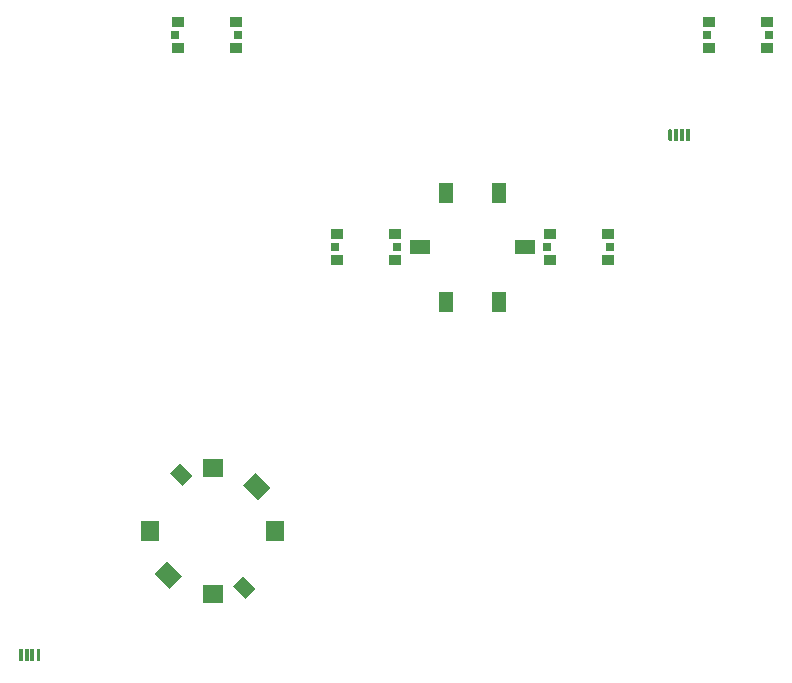
<source format=gbr>
G04 #@! TF.GenerationSoftware,KiCad,Pcbnew,(5.1.9)-1*
G04 #@! TF.CreationDate,2021-05-31T15:03:51+02:00*
G04 #@! TF.ProjectId,gamerino,67616d65-7269-46e6-9f2e-6b696361645f,01*
G04 #@! TF.SameCoordinates,Original*
G04 #@! TF.FileFunction,Paste,Top*
G04 #@! TF.FilePolarity,Positive*
%FSLAX46Y46*%
G04 Gerber Fmt 4.6, Leading zero omitted, Abs format (unit mm)*
G04 Created by KiCad (PCBNEW (5.1.9)-1) date 2021-05-31 15:03:51*
%MOMM*%
%LPD*%
G01*
G04 APERTURE LIST*
%ADD10R,0.300000X1.000000*%
%ADD11R,1.800000X1.300000*%
%ADD12R,1.300000X1.800000*%
%ADD13R,0.700000X0.700000*%
%ADD14R,1.100000X0.900000*%
%ADD15R,1.800000X1.500000*%
%ADD16R,1.500000X1.800000*%
%ADD17C,0.100000*%
G04 APERTURE END LIST*
D10*
X156250000Y-68500000D03*
G36*
G01*
X154600000Y-68925000D02*
X154600000Y-68075000D01*
G75*
G02*
X154675000Y-68000000I75000J0D01*
G01*
X154825000Y-68000000D01*
G75*
G02*
X154900000Y-68075000I0J-75000D01*
G01*
X154900000Y-68925000D01*
G75*
G02*
X154825000Y-69000000I-75000J0D01*
G01*
X154675000Y-69000000D01*
G75*
G02*
X154600000Y-68925000I0J75000D01*
G01*
G37*
X155250000Y-68500000D03*
X155750000Y-68500000D03*
X99750000Y-112500000D03*
G36*
G01*
X101400000Y-112075000D02*
X101400000Y-112925000D01*
G75*
G02*
X101325000Y-113000000I-75000J0D01*
G01*
X101175000Y-113000000D01*
G75*
G02*
X101100000Y-112925000I0J75000D01*
G01*
X101100000Y-112075000D01*
G75*
G02*
X101175000Y-112000000I75000J0D01*
G01*
X101325000Y-112000000D01*
G75*
G02*
X101400000Y-112075000I0J-75000D01*
G01*
G37*
X100750000Y-112500000D03*
X100250000Y-112500000D03*
D11*
X133550000Y-78000000D03*
X142450000Y-78000000D03*
D12*
X140250000Y-82600000D03*
X140250000Y-73400000D03*
X135750000Y-73400000D03*
X135750000Y-82600000D03*
D13*
X157850000Y-60000000D03*
X163150000Y-60000000D03*
D14*
X158050000Y-58900000D03*
X162950000Y-58900000D03*
X158050000Y-61100000D03*
X162950000Y-61100000D03*
D13*
X112850000Y-60000000D03*
X118150000Y-60000000D03*
D14*
X113050000Y-58900000D03*
X117950000Y-58900000D03*
X113050000Y-61100000D03*
X117950000Y-61100000D03*
D13*
X144350000Y-78000000D03*
X149650000Y-78000000D03*
D14*
X144550000Y-76900000D03*
X149450000Y-76900000D03*
X144550000Y-79100000D03*
X149450000Y-79100000D03*
X131450000Y-79100000D03*
X126550000Y-79100000D03*
X131450000Y-76900000D03*
X126550000Y-76900000D03*
D13*
X131650000Y-78000000D03*
X126350000Y-78000000D03*
D15*
X116000000Y-96700000D03*
X116000000Y-107300000D03*
D16*
X110700000Y-102000000D03*
X121300000Y-102000000D03*
D17*
G36*
X118583274Y-98143934D02*
G01*
X119643934Y-97083274D01*
X120916726Y-98356066D01*
X119856066Y-99416726D01*
X118583274Y-98143934D01*
G37*
G36*
X111083274Y-105643934D02*
G01*
X112143934Y-104583274D01*
X113416726Y-105856066D01*
X112356066Y-106916726D01*
X111083274Y-105643934D01*
G37*
G36*
X113431066Y-98159594D02*
G01*
X112370406Y-97098934D01*
X113218934Y-96250406D01*
X114279594Y-97311066D01*
X113431066Y-98159594D01*
G37*
G36*
X118781066Y-107749594D02*
G01*
X117720406Y-106688934D01*
X118568934Y-105840406D01*
X119629594Y-106901066D01*
X118781066Y-107749594D01*
G37*
M02*

</source>
